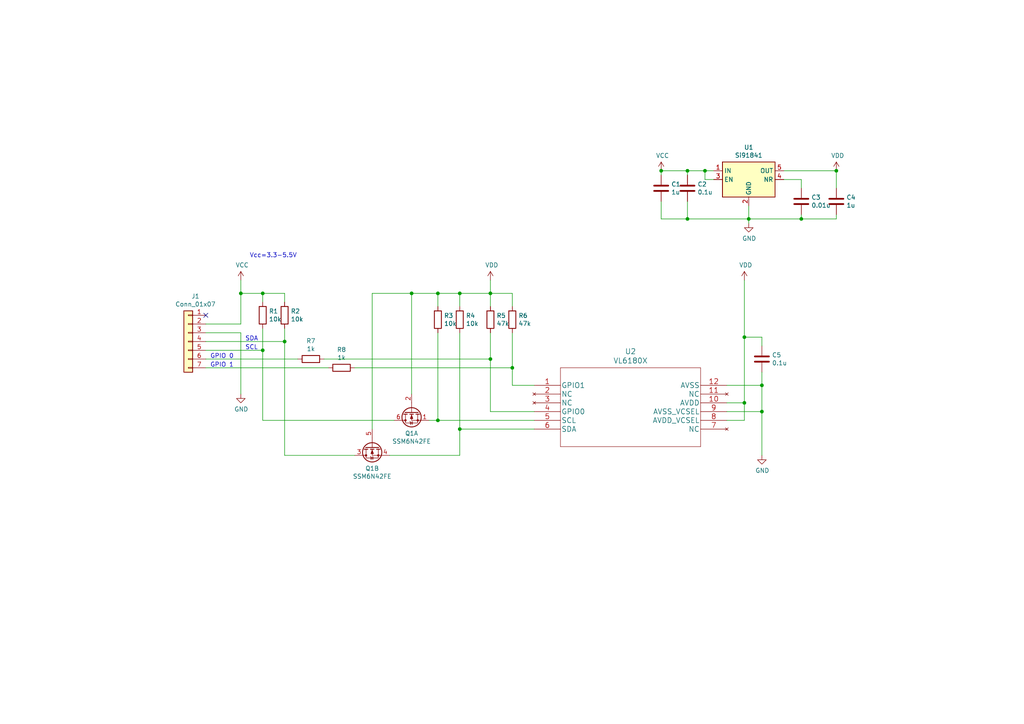
<source format=kicad_sch>
(kicad_sch (version 20211123) (generator eeschema)
  (paper "A4")
  (title_block (title "VL6180_ToF") (date "2022-11-07") (rev "V1.0") (company "A.Saeki"))
  (lib_symbols
    (symbol "Connector_Generic:Conn_01x07" (pin_names (offset 1.016) hide)
      (property "Reference" "J" (at 0 10.16 0))
      (property "Value" "Conn_01x07" (at 0 -10.16 0))
      (symbol "Conn_01x07_1_1"
        (rectangle (start -1.27 -7.493) (end 0 -7.747) (stroke (width 0.1524)))
        (rectangle (start -1.27 -4.953) (end 0 -5.207) (stroke (width 0.1524)))
        (rectangle (start -1.27 -2.413) (end 0 -2.667) (stroke (width 0.1524)))
        (rectangle (start -1.27 0.127) (end 0 -0.127) (stroke (width 0.1524)))
        (rectangle (start -1.27 2.667) (end 0 2.413) (stroke (width 0.1524)))
        (rectangle (start -1.27 5.207) (end 0 4.953) (stroke (width 0.1524)))
        (rectangle (start -1.27 7.747) (end 0 7.493) (stroke (width 0.1524)))
        (rectangle (start -1.27 8.89) (end 1.27 -8.89) (stroke (width 0.254)) (fill (type background)))
        (pin passive line (at -5.08 7.62 0) (length 3.81) (name "Pin_1") (number "1"))
        (pin passive line (at -5.08 5.08 0) (length 3.81) (name "Pin_2") (number "2"))
        (pin passive line (at -5.08 2.54 0) (length 3.81) (name "Pin_3") (number "3"))
        (pin passive line (at -5.08 0 0) (length 3.81) (name "Pin_4") (number "4"))
        (pin passive line (at -5.08 -2.54 0) (length 3.81) (name "Pin_5") (number "5"))
        (pin passive line (at -5.08 -5.08 0) (length 3.81) (name "Pin_6") (number "6"))
        (pin passive line (at -5.08 -7.62 0) (length 3.81) (name "Pin_7") (number "7"))
      )
    )
    (symbol "Device:C" (pin_numbers hide) (pin_names (offset 0.254))
      (property "Reference" "C" (at 0.635 2.54 0))
      (property "Value" "C" (at 0.635 -2.54 0))
      (symbol "C_0_1"
        (polyline (pts (xy -2.032 -0.762) (xy 2.032 -0.762)) (stroke (width 0.508)))
        (polyline (pts (xy -2.032 0.762) (xy 2.032 0.762)) (stroke (width 0.508)))
      )
      (symbol "C_1_1"
        (pin passive line (at 0 3.81 270) (length 2.794) (name "~") (number "1"))
        (pin passive line (at 0 -3.81 90) (length 2.794) (name "~") (number "2"))
      )
    )
    (symbol "Device:R" (pin_numbers hide) (pin_names (offset 0))
      (property "Reference" "R" (at 2.032 0 90))
      (property "Value" "R" (at 0 0 90))
      (symbol "R_0_1"
        (rectangle (start -1.016 -2.54) (end 1.016 2.54) (stroke (width 0.254)))
      )
      (symbol "R_1_1"
        (pin passive line (at 0 3.81 270) (length 1.27) (name "~") (number "1"))
        (pin passive line (at 0 -3.81 90) (length 1.27) (name "~") (number "2"))
      )
    )
    (symbol "Regulator_Linear:TPS73125DBV"
      (property "Reference" "U" (at -6.35 6.35 0))
      (property "Value" "TPS73125DBV" (at 1.27 6.35 0))
      (symbol "TPS73125DBV_0_1"
        (rectangle (start -7.62 -5.08) (end 7.62 5.08) (stroke (width 0.254)) (fill (type background)))
      )
      (symbol "TPS73125DBV_1_1"
        (pin power_in line (at -10.16 2.54 0) (length 2.54) (name "IN") (number "1"))
        (pin power_in line (at 0 -7.62 90) (length 2.54) (name "GND") (number "2"))
        (pin input line (at -10.16 0 0) (length 2.54) (name "EN") (number "3"))
        (pin passive line (at 10.16 0 180) (length 2.54) (name "NR") (number "4"))
        (pin power_out line (at 10.16 2.54 180) (length 2.54) (name "OUT") (number "5"))
      )
    )
    (symbol "VL6180ToF_20221107-rescue:Q_DUAL_NMOS_S1G1D2S2G2D1-Device" (pin_names (offset 0) hide)
      (property "Reference" "Q" (at 6.35 1.27 0))
      (property "Value" "Q_DUAL_NMOS_S1G1D2S2G2D1-Device" (at 19.05 -1.27 0))
      (symbol "Q_DUAL_NMOS_S1G1D2S2G2D1-Device_0_1"
        (polyline (pts (xy 0.254 0) (xy -2.54 0)))
        (polyline (pts (xy 0.254 1.905) (xy 0.254 -1.905)) (stroke (width 0.254)))
        (polyline (pts (xy 0.762 -1.27) (xy 0.762 -2.286)) (stroke (width 0.254)))
        (polyline (pts (xy 0.762 0.508) (xy 0.762 -0.508)) (stroke (width 0.254)))
        (polyline (pts (xy 0.762 2.286) (xy 0.762 1.27)) (stroke (width 0.254)))
        (polyline (pts (xy 2.54 2.54) (xy 2.54 1.778)))
        (polyline (pts (xy 2.54 -2.54) (xy 2.54 0) (xy 0.762 0)))
        (polyline (pts (xy 0.762 -1.778) (xy 3.302 -1.778) (xy 3.302 1.778) (xy 0.762 1.778)))
        (polyline (pts (xy 1.016 0) (xy 2.032 0.381) (xy 2.032 -0.381) (xy 1.016 0)) (fill (type outline)))
        (polyline (pts (xy 2.794 0.508) (xy 2.921 0.381) (xy 3.683 0.381) (xy 3.81 0.254)))
        (polyline (pts (xy 3.302 0.381) (xy 2.921 -0.254) (xy 3.683 -0.254) (xy 3.302 0.381)))
        (circle (center 1.651 0) (radius 2.794) (stroke (width 0.254)))
        (circle (center 2.54 -1.778) (radius 0.254) (fill (type outline)))
        (circle (center 2.54 1.778) (radius 0.254) (fill (type outline)))
      )
      (symbol "Q_DUAL_NMOS_S1G1D2S2G2D1-Device_1_1"
        (pin passive line (at 2.54 -5.08 90) (length 2.54) (name "S") (number "1"))
        (pin input line (at -5.08 0 0) (length 2.54) (name "G") (number "2"))
        (pin passive line (at 2.54 5.08 270) (length 2.54) (name "D") (number "6"))
      )
      (symbol "Q_DUAL_NMOS_S1G1D2S2G2D1-Device_2_1"
        (pin passive line (at 2.54 5.08 270) (length 2.54) (name "D") (number "3"))
        (pin passive line (at 2.54 -5.08 90) (length 2.54) (name "S") (number "4"))
        (pin input line (at -5.08 0 0) (length 2.54) (name "G") (number "5"))
      )
    )
    (symbol "VL6180ToF_20221107-rescue:VL6180XV0NR_1-2022-11-07_14-13-02" (pin_names (offset 0.254))
      (property "Reference" "U" (at 27.94 10.16 0))
      (property "Value" "VL6180XV0NR_1-2022-11-07_14-13-02" (at 27.94 7.62 0))
      (symbol "VL6180XV0NR_1-2022-11-07_14-13-02_1_1"
        (polyline (pts (xy 7.62 -17.78) (xy 48.26 -17.78)) (stroke (width 0.127)))
        (polyline (pts (xy 7.62 5.08) (xy 7.62 -17.78)) (stroke (width 0.127)))
        (polyline (pts (xy 48.26 -17.78) (xy 48.26 5.08)) (stroke (width 0.127)))
        (polyline (pts (xy 48.26 5.08) (xy 7.62 5.08)) (stroke (width 0.127)))
        (pin bidirectional line (at 0 0 0) (length 7.62) (name "GPIO1") (number "1"))
        (pin power_in line (at 55.88 -5.08 180) (length 7.62) (name "AVDD") (number "10"))
        (pin no_connect line (at 55.88 -2.54 180) (length 7.62) (name "NC") (number "11"))
        (pin power_in line (at 55.88 0 180) (length 7.62) (name "AVSS") (number "12"))
        (pin no_connect line (at 0 -2.54 0) (length 7.62) (name "NC") (number "2"))
        (pin no_connect line (at 0 -5.08 0) (length 7.62) (name "NC") (number "3"))
        (pin bidirectional line (at 0 -7.62 0) (length 7.62) (name "GPIO0") (number "4"))
        (pin input line (at 0 -10.16 0) (length 7.62) (name "SCL") (number "5"))
        (pin bidirectional line (at 0 -12.7 0) (length 7.62) (name "SDA") (number "6"))
        (pin no_connect line (at 55.88 -12.7 180) (length 7.62) (name "NC") (number "7"))
        (pin power_in line (at 55.88 -10.16 180) (length 7.62) (name "AVDD_VCSEL") (number "8"))
        (pin power_in line (at 55.88 -7.62 180) (length 7.62) (name "AVSS_VCSEL") (number "9"))
      )
    )
    (symbol "power:GND" (power) (pin_names (offset 0))
      (property "Value" "GND" (at 0 -3.81 0))
      (symbol "GND_0_1"
        (polyline (pts (xy 0 0) (xy 0 -1.27) (xy 1.27 -1.27) (xy 0 -2.54) (xy -1.27 -1.27) (xy 0 -1.27)))
      )
      (symbol "GND_1_1"
        (pin power_in line (at 0 0 270) (length 0) hide (name "GND") (number "1"))
      )
    )
    (symbol "power:VCC" (power) (pin_names (offset 0))
      (property "Value" "VCC" (at 0 3.81 0))
      (symbol "VCC_0_1"
        (polyline (pts (xy -0.762 1.27) (xy 0 2.54)))
        (polyline (pts (xy 0 0) (xy 0 2.54)))
        (polyline (pts (xy 0 2.54) (xy 0.762 1.27)))
      )
      (symbol "VCC_1_1"
        (pin power_in line (at 0 0 90) (length 0) hide (name "VCC") (number "1"))
      )
    )
    (symbol "power:VDD" (power) (pin_names (offset 0))
      (property "Value" "VDD" (at 0 3.81 0))
      (symbol "VDD_0_1"
        (polyline (pts (xy -0.762 1.27) (xy 0 2.54)))
        (polyline (pts (xy 0 0) (xy 0 2.54)))
        (polyline (pts (xy 0 2.54) (xy 0.762 1.27)))
      )
      (symbol "VDD_1_1"
        (pin power_in line (at 0 0 90) (length 0) hide (name "VDD") (number "1"))
      )
    )
  )
  (junction (at 220.98 119.38))
  (junction (at 133.35 85.09))
  (junction (at 204.47 49.53))
  (junction (at 76.2 85.09))
  (junction (at 232.41 63.5))
  (junction (at 242.57 49.53))
  (junction (at 215.9 116.84))
  (junction (at 217.17 63.5))
  (junction (at 133.35 124.46))
  (junction (at 127 121.92))
  (junction (at 191.77 49.53))
  (junction (at 199.39 63.5))
  (junction (at 142.24 85.09))
  (junction (at 199.39 49.53))
  (junction (at 220.98 111.76))
  (junction (at 148.59 106.68))
  (junction (at 76.2 101.6))
  (junction (at 142.24 104.14))
  (junction (at 69.85 85.09))
  (junction (at 82.55 99.06))
  (junction (at 127 85.09))
  (junction (at 215.9 97.79))
  (junction (at 119.38 85.09))
  (no_connect (at 59.69 91.44))
  (wire (pts (xy 148.59 111.76) (xy 154.94 111.76)))
  (wire (pts (xy 113.03 132.08) (xy 133.35 132.08)))
  (wire (pts (xy 59.69 106.68) (xy 95.25 106.68)))
  (wire (pts (xy 127 85.09) (xy 119.38 85.09)))
  (wire (pts (xy 199.39 49.53) (xy 191.77 49.53)))
  (wire (pts (xy 59.69 96.52) (xy 69.85 96.52)))
  (wire (pts (xy 199.39 50.8) (xy 199.39 49.53)))
  (wire (pts (xy 82.55 99.06) (xy 59.69 99.06)))
  (wire (pts (xy 148.59 85.09) (xy 142.24 85.09)))
  (wire (pts (xy 127 88.9) (xy 127 85.09)))
  (wire (pts (xy 133.35 124.46) (xy 133.35 132.08)))
  (wire (pts (xy 119.38 114.3) (xy 119.38 85.09)))
  (wire (pts (xy 227.33 52.07) (xy 232.41 52.07)))
  (wire (pts (xy 59.69 93.98) (xy 69.85 93.98)))
  (wire (pts (xy 215.9 116.84) (xy 215.9 97.79)))
  (wire (pts (xy 76.2 121.92) (xy 76.2 101.6)))
  (wire (pts (xy 133.35 124.46) (xy 154.94 124.46)))
  (wire (pts (xy 69.85 93.98) (xy 69.85 85.09)))
  (wire (pts (xy 232.41 62.23) (xy 232.41 63.5)))
  (wire (pts (xy 76.2 85.09) (xy 82.55 85.09)))
  (wire (pts (xy 133.35 85.09) (xy 127 85.09)))
  (wire (pts (xy 133.35 96.52) (xy 133.35 124.46)))
  (wire (pts (xy 220.98 111.76) (xy 220.98 119.38)))
  (wire (pts (xy 127 96.52) (xy 127 121.92)))
  (wire (pts (xy 207.01 49.53) (xy 204.47 49.53)))
  (wire (pts (xy 148.59 106.68) (xy 148.59 111.76)))
  (wire (pts (xy 82.55 95.25) (xy 82.55 99.06)))
  (wire (pts (xy 142.24 85.09) (xy 133.35 85.09)))
  (wire (pts (xy 107.95 85.09) (xy 107.95 124.46)))
  (wire (pts (xy 82.55 85.09) (xy 82.55 87.63)))
  (wire (pts (xy 232.41 52.07) (xy 232.41 54.61)))
  (wire (pts (xy 199.39 58.42) (xy 199.39 63.5)))
  (wire (pts (xy 142.24 81.28) (xy 142.24 85.09)))
  (wire (pts (xy 93.98 104.14) (xy 142.24 104.14)))
  (wire (pts (xy 217.17 63.5) (xy 217.17 64.77)))
  (wire (pts (xy 220.98 119.38) (xy 220.98 132.08)))
  (wire (pts (xy 215.9 121.92) (xy 215.9 116.84)))
  (wire (pts (xy 76.2 85.09) (xy 76.2 87.63)))
  (wire (pts (xy 82.55 132.08) (xy 102.87 132.08)))
  (wire (pts (xy 142.24 88.9) (xy 142.24 85.09)))
  (wire (pts (xy 191.77 50.8) (xy 191.77 49.53)))
  (wire (pts (xy 242.57 49.53) (xy 242.57 54.61)))
  (wire (pts (xy 242.57 63.5) (xy 242.57 62.23)))
  (wire (pts (xy 220.98 107.95) (xy 220.98 111.76)))
  (wire (pts (xy 142.24 119.38) (xy 154.94 119.38)))
  (wire (pts (xy 204.47 52.07) (xy 204.47 49.53)))
  (wire (pts (xy 142.24 104.14) (xy 142.24 119.38)))
  (wire (pts (xy 82.55 132.08) (xy 82.55 99.06)))
  (wire (pts (xy 217.17 63.5) (xy 232.41 63.5)))
  (wire (pts (xy 215.9 97.79) (xy 220.98 97.79)))
  (wire (pts (xy 127 121.92) (xy 154.94 121.92)))
  (wire (pts (xy 199.39 63.5) (xy 217.17 63.5)))
  (wire (pts (xy 204.47 49.53) (xy 199.39 49.53)))
  (wire (pts (xy 217.17 59.69) (xy 217.17 63.5)))
  (wire (pts (xy 210.82 121.92) (xy 215.9 121.92)))
  (wire (pts (xy 76.2 95.25) (xy 76.2 101.6)))
  (wire (pts (xy 215.9 97.79) (xy 215.9 81.28)))
  (wire (pts (xy 191.77 58.42) (xy 191.77 63.5)))
  (wire (pts (xy 210.82 116.84) (xy 215.9 116.84)))
  (wire (pts (xy 148.59 96.52) (xy 148.59 106.68)))
  (wire (pts (xy 69.85 85.09) (xy 76.2 85.09)))
  (wire (pts (xy 124.46 121.92) (xy 127 121.92)))
  (wire (pts (xy 133.35 88.9) (xy 133.35 85.09)))
  (wire (pts (xy 207.01 52.07) (xy 204.47 52.07)))
  (wire (pts (xy 102.87 106.68) (xy 148.59 106.68)))
  (wire (pts (xy 227.33 49.53) (xy 242.57 49.53)))
  (wire (pts (xy 148.59 88.9) (xy 148.59 85.09)))
  (wire (pts (xy 59.69 104.14) (xy 86.36 104.14)))
  (wire (pts (xy 69.85 96.52) (xy 69.85 114.3)))
  (wire (pts (xy 210.82 111.76) (xy 220.98 111.76)))
  (wire (pts (xy 119.38 85.09) (xy 107.95 85.09)))
  (wire (pts (xy 220.98 97.79) (xy 220.98 100.33)))
  (wire (pts (xy 232.41 63.5) (xy 242.57 63.5)))
  (wire (pts (xy 142.24 96.52) (xy 142.24 104.14)))
  (wire (pts (xy 69.85 85.09) (xy 69.85 81.28)))
  (wire (pts (xy 191.77 63.5) (xy 199.39 63.5)))
  (wire (pts (xy 210.82 119.38) (xy 220.98 119.38)))
  (wire (pts (xy 114.3 121.92) (xy 76.2 121.92)))
  (wire (pts (xy 76.2 101.6) (xy 59.69 101.6)))
  (text "GPIO 0" (at 60.96 104.14 0) (effects (font (size 1.27 1.27)) (justify left bottom)))
  (text "SDA" (at 71.12 99.06 0) (effects (font (size 1.27 1.27)) (justify left bottom)))
  (text "SCL" (at 71.12 101.6 0) (effects (font (size 1.27 1.27)) (justify left bottom)))
  (text "GPIO 1" (at 60.96 106.68 0) (effects (font (size 1.27 1.27)) (justify left bottom)))
  (text "Vcc=3.3-5.5V" (at 72.39 74.93 0) (effects (font (size 1.27 1.27)) (justify left bottom)))
  (symbol (lib_id "VL6180ToF_20221107-rescue:Q_DUAL_NMOS_S1G1D2S2G2D1-Device") (at 119.38 119.38 90) (mirror x) (unit 1)
    (property "Reference" "Q1" (at 119.38 125.7046 90))
    (property "Value" "SSM6N42FE" (at 119.38 128.016 90))
    (property "Footprint" "Package_SON:WSON-6_1.5x1.5mm_P0.5mm" (effects hide))
  )
  (symbol (lib_id "VL6180ToF_20221107-rescue:Q_DUAL_NMOS_S1G1D2S2G2D1-Device") (at 107.95 129.54 90) (mirror x) (unit 2)
    (property "Reference" "Q1" (at 107.95 135.8646 90))
    (property "Value" "SSM6N42FE" (at 107.95 138.176 90))
    (property "Footprint" "Package_SON:WSON-6_1.5x1.5mm_P0.5mm" (effects hide))
  )
  (symbol (lib_id "Regulator_Linear:TPS73125DBV") (at 217.17 52.07 0) (unit 1)
    (property "Reference" "U1" (at 217.17 42.7482 0))
    (property "Value" "Si91841" (at 217.17 45.0596 0))
    (property "Footprint" "Package_TO_SOT_SMD:SOT-23-5" (effects hide))
    (property "Datasheet" "http://www.ti.com/lit/ds/symlink/tps731.pdf" (effects hide))
  )
  (symbol (lib_id "VL6180ToF_20221107-rescue:VL6180XV0NR_1-2022-11-07_14-13-02") (at 154.94 111.76 0) (unit 1)
    (property "Reference" "U2" (at 182.88 101.9302 0) (effects (font (size 1.524 1.524))))
    (property "Value" "VL6180X" (at 182.88 104.6226 0) (effects (font (size 1.524 1.524))))
    (property "Footprint" "0.main.robot:VL6180XV0NR&slash_1" (effects hide))
  )
  (symbol (lib_id "Device:R") (at 148.59 92.71 0) (unit 1)
    (property "Reference" "R6" (at 150.368 91.5416 0) (effects (justify left)))
    (property "Value" "47k" (at 150.368 93.853 0) (effects (justify left)))
    (property "Footprint" "Resistor_SMD:R_0603_1608Metric" (effects hide))
  )
  (symbol (lib_id "Device:R") (at 142.24 92.71 0) (unit 1)
    (property "Reference" "R5" (at 144.018 91.5416 0) (effects (justify left)))
    (property "Value" "47k" (at 144.018 93.853 0) (effects (justify left)))
    (property "Footprint" "Resistor_SMD:R_0603_1608Metric" (effects hide))
  )
  (symbol (lib_id "Device:R") (at 133.35 92.71 0) (unit 1)
    (property "Reference" "R4" (at 135.128 91.5416 0) (effects (justify left)))
    (property "Value" "10k" (at 135.128 93.853 0) (effects (justify left)))
    (property "Footprint" "Resistor_SMD:R_0603_1608Metric" (effects hide))
  )
  (symbol (lib_id "Device:R") (at 127 92.71 0) (unit 1)
    (property "Reference" "R3" (at 128.778 91.5416 0) (effects (justify left)))
    (property "Value" "10k" (at 128.778 93.853 0) (effects (justify left)))
    (property "Footprint" "Resistor_SMD:R_0603_1608Metric" (effects hide))
  )
  (symbol (lib_id "power:VDD") (at 142.24 81.28 0) (unit 1)
    (property "Reference" "#PWR05" (effects hide))
    (property "Value" "VDD" (at 142.621 76.8858 0))
  )
  (symbol (lib_id "power:VDD") (at 215.9 81.28 0) (unit 1)
    (property "Reference" "#PWR06" (effects hide))
    (property "Value" "VDD" (at 216.281 76.8858 0))
  )
  (symbol (lib_id "power:GND") (at 220.98 132.08 0) (unit 1)
    (property "Reference" "#PWR08" (effects hide))
    (property "Value" "GND" (at 221.107 136.4742 0))
  )
  (symbol (lib_id "power:GND") (at 217.17 64.77 0) (unit 1)
    (property "Reference" "#PWR03" (effects hide))
    (property "Value" "GND" (at 217.297 69.1642 0))
  )
  (symbol (lib_id "power:VDD") (at 242.57 49.53 0) (unit 1)
    (property "Reference" "#PWR02" (effects hide))
    (property "Value" "VDD" (at 242.951 45.1358 0))
  )
  (symbol (lib_id "Device:C") (at 220.98 104.14 0) (unit 1)
    (property "Reference" "C5" (at 223.901 102.9716 0) (effects (justify left)))
    (property "Value" "0.1u" (at 223.901 105.283 0) (effects (justify left)))
    (property "Footprint" "Capacitor_SMD:C_0603_1608Metric" (effects hide))
  )
  (symbol (lib_id "Device:C") (at 232.41 58.42 0) (unit 1)
    (property "Reference" "C3" (at 235.331 57.2516 0) (effects (justify left)))
    (property "Value" "0.01u" (at 235.331 59.563 0) (effects (justify left)))
    (property "Footprint" "Capacitor_SMD:C_0603_1608Metric" (effects hide))
  )
  (symbol (lib_id "Device:C") (at 242.57 58.42 0) (unit 1)
    (property "Reference" "C4" (at 245.491 57.2516 0) (effects (justify left)))
    (property "Value" "1u" (at 245.491 59.563 0) (effects (justify left)))
    (property "Footprint" "Capacitor_SMD:C_0603_1608Metric" (effects hide))
  )
  (symbol (lib_id "Device:C") (at 199.39 54.61 0) (unit 1)
    (property "Reference" "C2" (at 202.311 53.4416 0) (effects (justify left)))
    (property "Value" "0.1u" (at 202.311 55.753 0) (effects (justify left)))
    (property "Footprint" "Capacitor_SMD:C_0603_1608Metric" (effects hide))
  )
  (symbol (lib_id "Device:C") (at 191.77 54.61 0) (unit 1)
    (property "Reference" "C1" (at 194.691 53.4416 0) (effects (justify left)))
    (property "Value" "1u" (at 194.691 55.753 0) (effects (justify left)))
    (property "Footprint" "Capacitor_SMD:C_0603_1608Metric" (effects hide))
  )
  (symbol (lib_id "power:VCC") (at 191.77 49.53 0) (unit 1)
    (property "Reference" "#PWR01" (effects hide))
    (property "Value" "VCC" (at 192.151 45.1358 0))
  )
  (symbol (lib_id "Connector_Generic:Conn_01x07") (at 54.61 99.06 0) (mirror y) (unit 1)
    (property "Reference" "J1" (at 56.6928 85.9282 0))
    (property "Value" "Conn_01x07" (at 56.6928 88.2396 0))
    (property "Footprint" "0.main.robot:Pin_1x07_P1.27mm_SMD" (effects hide))
  )
  (symbol (lib_id "power:VCC") (at 69.85 81.28 0) (unit 1)
    (property "Reference" "#PWR04" (effects hide))
    (property "Value" "VCC" (at 70.231 76.8858 0))
  )
  (symbol (lib_id "Device:R") (at 90.17 104.14 270) (unit 1)
    (property "Reference" "R7" (at 90.17 98.8822 90))
    (property "Value" "1k" (at 90.17 101.1936 90))
    (property "Footprint" "Resistor_SMD:R_0603_1608Metric" (effects hide))
  )
  (symbol (lib_id "Device:R") (at 99.06 106.68 270) (unit 1)
    (property "Reference" "R8" (at 99.06 101.4222 90))
    (property "Value" "1k" (at 99.06 103.7336 90))
    (property "Footprint" "Resistor_SMD:R_0603_1608Metric" (effects hide))
  )
  (symbol (lib_id "Device:R") (at 76.2 91.44 0) (unit 1)
    (property "Reference" "R1" (at 77.978 90.2716 0) (effects (justify left)))
    (property "Value" "10k" (at 77.978 92.583 0) (effects (justify left)))
    (property "Footprint" "Resistor_SMD:R_0603_1608Metric" (effects hide))
  )
  (symbol (lib_id "Device:R") (at 82.55 91.44 0) (unit 1)
    (property "Reference" "R2" (at 84.328 90.2716 0) (effects (justify left)))
    (property "Value" "10k" (at 84.328 92.583 0) (effects (justify left)))
    (property "Footprint" "Resistor_SMD:R_0603_1608Metric" (effects hide))
  )
  (symbol (lib_id "power:GND") (at 69.85 114.3 0) (unit 1)
    (property "Reference" "#PWR07" (effects hide))
    (property "Value" "GND" (at 69.977 118.6942 0))
  )
)
</source>
